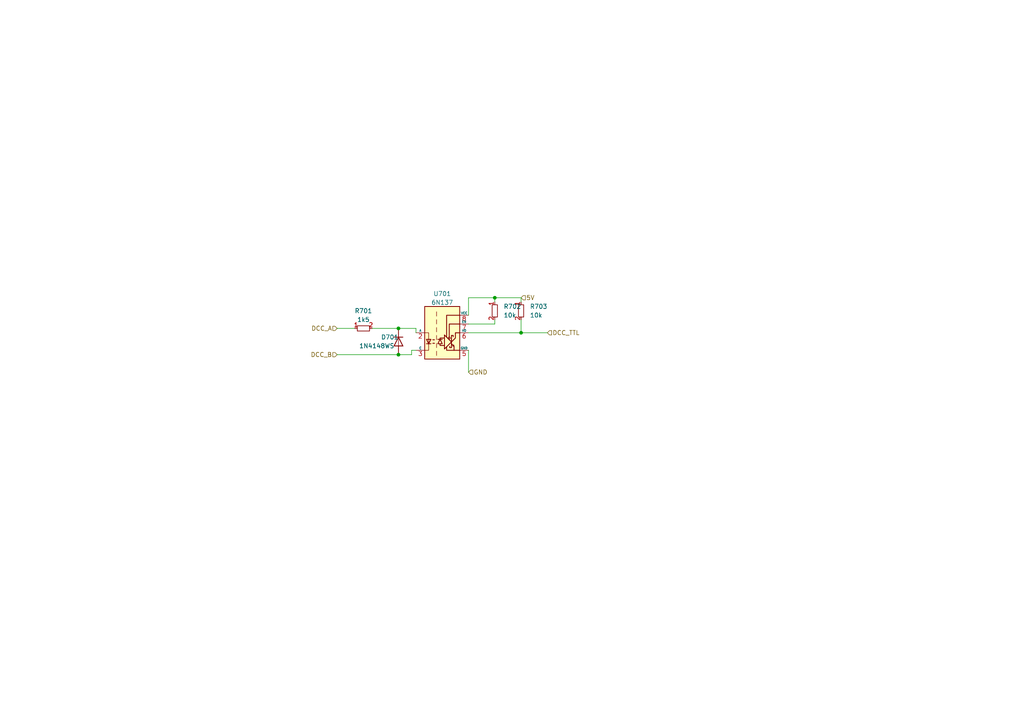
<source format=kicad_sch>
(kicad_sch (version 20230121) (generator eeschema)
  (paper "A4")
  (lib_symbols
    (symbol "Isolator:6N137" (pin_names (offset 0))
      (property "Reference" "U" (at -4.064 8.89 0))
      (property "Value" "6N137" (at 0 -8.89 0))
      (symbol "6N137_0_1"
        (polyline (pts (xy 2.667 -3.556) (xy 2.667 -1.651)) (stroke (width 0.254)))
        (polyline (pts (xy 2.667 -2.159) (xy 2.667 -2.921)) (stroke (width 0.254)))
        (polyline (pts (xy 3.429 -3.937) (xy 3.429 -5.08)) (stroke (width 0.254)))
        (polyline (pts (xy -0.635 -3.302) (xy -0.635 -3.683) (xy 0.635 -3.683)) (stroke (width 0.254)))
        (polyline (pts (xy -0.635 -1.905) (xy -0.635 -1.524) (xy 0.508 -1.524)) (stroke (width 0.254)))
        (polyline (pts (xy 1.27 -4.064) (xy 1.27 -5.08) (xy 5.08 -5.08)) (stroke (width 0.254)))
        (polyline (pts (xy 1.27 -1.27) (xy 1.27 5.08) (xy 5.08 5.08)) (stroke (width 0.254)))
        (polyline (pts (xy 2.032 -1.27) (xy 2.032 2.54) (xy 5.08 2.54)) (stroke (width 0.254)))
        (polyline (pts (xy -5.08 -5.08) (xy -3.937 -5.08) (xy -3.937 0) (xy -5.08 0)))
        (polyline (pts (xy 2.667 -3.302) (xy 2.667 -4.318) (xy 2.159 -4.318) (xy 2.159 -3.937)) (stroke (width 0.254)))
        (polyline (pts (xy 2.667 -2.667) (xy 0.635 -4.699) (xy 0.635 -0.635) (xy 2.667 -2.667)) (stroke (width 0.254)))
        (polyline (pts (xy 2.667 -1.778) (xy 2.667 -0.762) (xy 3.175 -0.762) (xy 3.175 -1.143)) (stroke (width 0.254)))
        (polyline (pts (xy 2.794 -2.54) (xy 3.81 -1.524) (xy 3.81 0) (xy 5.08 0)) (stroke (width 0.254)))
        (polyline (pts (xy 2.667 -3.175) (xy 3.429 -3.937) (xy 3.302 -3.556) (xy 3.048 -3.81) (xy 3.429 -3.937)) (stroke (width 0.254)))
        (circle (center 2.032 -1.524) (radius 0.254) (stroke (width 0.254)))
      )
      (symbol "6N137_1_1"
        (rectangle (start -5.08 7.62) (end 5.08 -7.62) (stroke (width 0.254)) (fill (type background)))
        (polyline (pts (xy -4.572 -3.175) (xy -3.302 -3.175)) (stroke (width 0.254)))
        (polyline (pts (xy -1.651 -5.334) (xy -1.651 -6.604)))
        (polyline (pts (xy -1.651 -3.048) (xy -1.651 -4.318)))
        (polyline (pts (xy -1.651 -0.762) (xy -1.651 -2.032)))
        (polyline (pts (xy -1.651 1.524) (xy -1.651 0.254)))
        (polyline (pts (xy -1.651 3.81) (xy -1.651 2.54)))
        (polyline (pts (xy -1.651 6.096) (xy -1.651 4.826)))
        (polyline (pts (xy -1.27 -1.905) (xy 0 -1.905)) (stroke (width 0.254)))
        (polyline (pts (xy -3.937 -3.175) (xy -4.572 -1.905) (xy -3.302 -1.905) (xy -3.937 -3.175)) (stroke (width 0.254)))
        (polyline (pts (xy -0.635 -1.905) (xy -1.27 -3.175) (xy 0 -3.175) (xy -0.635 -1.905)) (stroke (width 0.254)))
        (polyline (pts (xy -2.921 -3.048) (xy -2.159 -3.048) (xy -2.54 -3.175) (xy -2.54 -2.921) (xy -2.159 -3.048)) (stroke (width 0.127)))
        (polyline (pts (xy -2.921 -2.032) (xy -2.159 -2.032) (xy -2.54 -2.159) (xy -2.54 -1.905) (xy -2.159 -2.032)) (stroke (width 0.127)))
        (pin no_connect line (at -5.08 5.08 0) (length 2.54) hide (name "NC") (number "1"))
        (pin passive line (at -7.62 0 0) (length 2.54) (name "A") (number "2"))
        (pin passive line (at -7.62 -5.08 0) (length 2.54) (name "C") (number "3"))
        (pin power_in line (at 7.62 -5.08 180) (length 2.54) (name "GND") (number "5"))
        (pin open_collector line (at 7.62 0 180) (length 2.54) (name "VO") (number "6"))
        (pin input line (at 7.62 2.54 180) (length 2.54) (name "EN") (number "7"))
        (pin power_in line (at 7.62 5.08 180) (length 2.54) (name "VCC") (number "8"))
      )
    )
    (symbol "custom_kicad_lib_sk:1N4148WS" (pin_numbers hide) (pin_names hide)
      (property "Reference" "D" (at 0 2.54 0))
      (property "Value" "1N4148WS" (at 0 -2.54 0))
      (symbol "1N4148WS_0_1"
        (polyline (pts (xy -1.27 1.27) (xy -1.27 -1.27)) (stroke (width 0.254)))
        (polyline (pts (xy 1.27 0) (xy -1.27 0)))
        (polyline (pts (xy 1.27 1.27) (xy 1.27 -1.27) (xy -1.27 0) (xy 1.27 1.27)) (stroke (width 0.254)))
      )
      (symbol "1N4148WS_1_1"
        (pin passive line (at -3.81 0 0) (length 2.54) (name "K") (number "1"))
        (pin passive line (at 3.81 0 180) (length 2.54) (name "A") (number "2"))
      )
    )
    (symbol "resistors_0603:R_10k_0603"
      (property "Reference" "R" (at 1.27 2.54 0))
      (property "Value" "10k" (at 2.54 -2.54 0))
      (symbol "R_10k_0603_0_1"
        (rectangle (start -0.762 1.778) (end 0.762 -1.778) (stroke (width 0.2032)))
      )
      (symbol "R_10k_0603_1_1"
        (pin passive line (at 0 2.54 270) (length 0.762) (name "~") (number "1"))
        (pin passive line (at 0 -2.54 90) (length 0.762) (name "~") (number "2"))
      )
    )
    (symbol "resistors_0603:R_1k5_0603"
      (property "Reference" "R" (at 1.27 2.54 0))
      (property "Value" "1k5" (at 2.54 -2.54 0))
      (symbol "R_1k5_0603_0_1"
        (rectangle (start -0.762 1.778) (end 0.762 -1.778) (stroke (width 0.2032)))
      )
      (symbol "R_1k5_0603_1_1"
        (pin passive line (at 0 2.54 270) (length 0.762) (name "~") (number "1"))
        (pin passive line (at 0 -2.54 90) (length 0.762) (name "~") (number "2"))
      )
    )
  )
  (junction (at 151.13 96.52))
  (junction (at 115.57 102.87))
  (junction (at 143.51 86.36))
  (junction (at 115.57 95.25))
  (wire (pts (xy 135.89 101.6) (xy 135.89 107.95)))
  (wire (pts (xy 143.51 92.71) (xy 143.51 93.98)))
  (wire (pts (xy 151.13 96.52) (xy 158.75 96.52)))
  (wire (pts (xy 97.79 102.87) (xy 115.57 102.87)))
  (wire (pts (xy 143.51 86.36) (xy 151.13 86.36)))
  (wire (pts (xy 135.89 96.52) (xy 151.13 96.52)))
  (wire (pts (xy 151.13 86.36) (xy 151.13 87.63)))
  (wire (pts (xy 135.89 86.36) (xy 143.51 86.36)))
  (wire (pts (xy 119.38 101.6) (xy 119.38 102.87)))
  (wire (pts (xy 120.65 96.52) (xy 120.65 95.25)))
  (wire (pts (xy 115.57 95.25) (xy 120.65 95.25)))
  (wire (pts (xy 135.89 93.98) (xy 143.51 93.98)))
  (wire (pts (xy 143.51 86.36) (xy 143.51 87.63)))
  (wire (pts (xy 115.57 102.87) (xy 119.38 102.87)))
  (wire (pts (xy 135.89 91.44) (xy 135.89 86.36)))
  (wire (pts (xy 97.79 95.25) (xy 102.87 95.25)))
  (wire (pts (xy 151.13 92.71) (xy 151.13 96.52)))
  (wire (pts (xy 120.65 101.6) (xy 119.38 101.6)))
  (wire (pts (xy 107.95 95.25) (xy 115.57 95.25)))
  (hierarchical_label "DCC_TTL" (shape input) (at 158.75 96.52 0))
  (hierarchical_label "DCC_A" (shape input) (at 97.79 95.25 180))
  (hierarchical_label "DCC_B" (shape input) (at 97.79 102.87 180))
  (hierarchical_label "5V" (shape input) (at 151.13 86.36 0))
  (hierarchical_label "GND" (shape input) (at 135.89 107.95 0))
  (symbol (lib_id "resistors_0603:R_10k_0603") (at 143.51 90.17 0) (unit 1)
    (property "Reference" "R702" (at 146.05 88.9 0) (effects (justify left)))
    (property "Value" "10k" (at 146.05 91.44 0) (effects (justify left)))
    (property "Footprint" "custom_kicad_lib_sk:R_0603_smalltext" (effects hide))
    (property "JLCPCB Part#" "C25804" (effects hide))
  )
  (symbol (lib_id "resistors_0603:R_1k5_0603") (at 105.41 95.25 90) (unit 1)
    (property "Reference" "R701" (at 105.41 90.17 90))
    (property "Value" "1k5" (at 105.41 92.71 90))
    (property "Footprint" "custom_kicad_lib_sk:R_0603_smalltext" (effects hide))
    (property "JLCPCB Part#" "C22843" (effects hide))
  )
  (symbol (lib_id "resistors_0603:R_10k_0603") (at 151.13 90.17 0) (unit 1)
    (property "Reference" "R703" (at 153.67 88.9 0) (effects (justify left)))
    (property "Value" "10k" (at 153.67 91.44 0) (effects (justify left)))
    (property "Footprint" "custom_kicad_lib_sk:R_0603_smalltext" (effects hide))
    (property "JLCPCB Part#" "C25804" (effects hide))
  )
  (symbol (lib_id "Isolator:6N137") (at 128.27 96.52 0) (unit 1)
    (property "Reference" "U701" (at 128.27 85.2002 0))
    (property "Value" "6N137" (at 128.27 87.7371 0))
    (property "Footprint" "Package_SO:SOP-8_6.62x9.15mm_P2.54mm" (effects hide))
    (property "Datasheet" "https://datasheet.lcsc.com/szlcsc/1908282202_Everlight-Elec-6N137S1-TA_C110020.pdf" (effects hide))
    (property "JLCPCB Part#" "C110020" (effects hide))
  )
  (symbol (lib_id "custom_kicad_lib_sk:1N4148WS") (at 115.57 99.06 270) (unit 1)
    (property "Reference" "D701" (at 110.49 97.79 90) (effects (justify left)))
    (property "Value" "1N4148WS" (at 104.14 100.33 90) (effects (justify left)))
    (property "Footprint" "Diode_SMD:D_SOD-323" (effects hide))
    (property "Datasheet" "https://www.vishay.com/docs/85751/1n4148ws.pdf" (effects hide))
    (property "Sim.Device" "D" (effects hide))
    (property "Sim.Pins" "1=K 2=A" (effects hide))
    (property "JLCPCB Part#" "C2128" (effects hide))
  )
)
</source>
